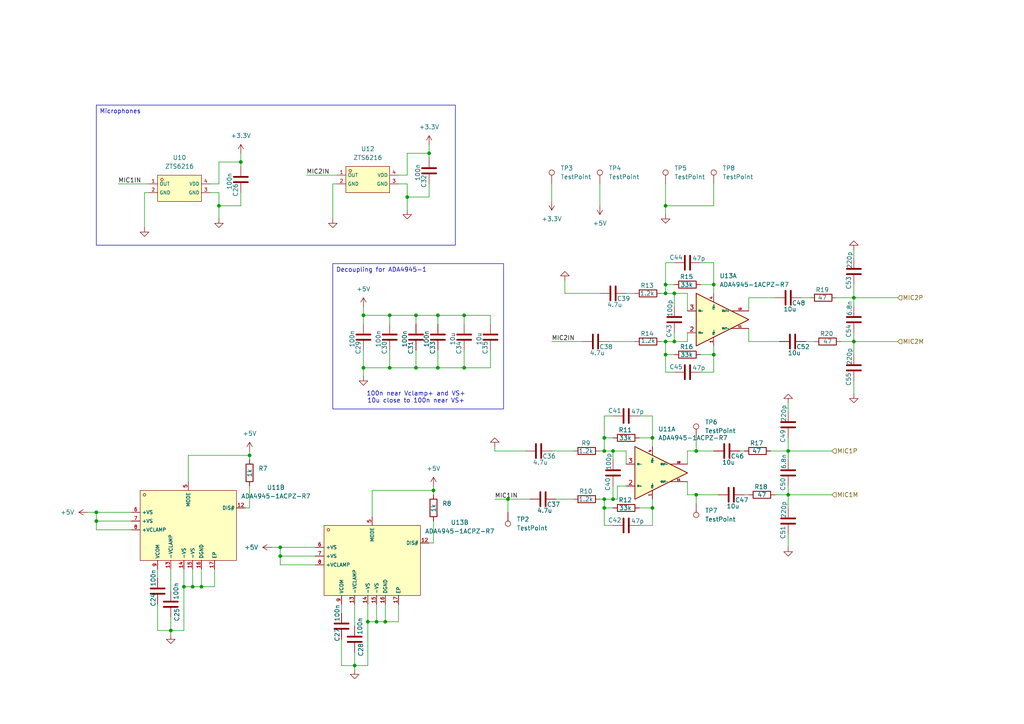
<source format=kicad_sch>
(kicad_sch (version 20231120) (generator "eeschema") (generator_version "8.0")
  (paper "A4")
  (lib_symbols
    (symbol "ADA4945-1ACPZ-R7:ADA4945-1ACPZ-R7"
      (property "Reference" "U" (at 0 1.27 0))
      (property "Value" "ADA4945-1ACPZ-R7" (at -1.27 -11.43 0))
      (symbol "ADA4945-1ACPZ-R7_1_1"
        (polyline (pts (xy -5.08 7.62) (xy -5.08 -7.62) (xy 10.16 0) (xy -5.08 7.62)) (stroke (width 0.254)) (fill (type background)))
        (pin output line (at 0 -7.62 90) (length 2.54) (name "FB-") (number "1"))
        (pin output line (at 10.16 2.54 180) (length 5.08) (name "OUT+") (number "10"))
        (pin output line (at 10.16 -2.54 180) (length 5.08) (name "OUT-") (number "11"))
        (pin input line (at -7.62 -3.81 0) (length 2.54) (name "IN+") (number "2"))
        (pin input line (at -7.62 2.54 0) (length 2.54) (name "IN-") (number "3"))
        (pin output line (at 0 7.62 270) (length 2.54) (name "FB+") (number "4"))
      )
      (symbol "ADA4945-1ACPZ-R7_2_1"
        (rectangle (start -13.97 10.16) (end 13.97 -10.16) (fill (type background)))
        (circle (center -12.7 8.89) (radius 0.381) (fill (type background)))
        (pin input line (at 16.51 5.08 180) (length 2.54) (name "DIS#") (number "12"))
        (pin power_in line (at -5.08 -12.7 90) (length 2.54) (name "-VCLAMP") (number "13"))
        (pin power_in line (at -1.27 -12.7 90) (length 2.54) (name "-VS") (number "14"))
        (pin power_in line (at 1.27 -12.7 90) (length 2.54) (name "-VS") (number "15"))
        (pin power_in line (at 3.81 -12.7 90) (length 2.54) (name "DGND") (number "16"))
        (pin input line (at 7.62 -12.7 90) (length 2.54) (name "EP") (number "17"))
        (pin input line (at 0 12.7 270) (length 2.54) (name "MODE") (number "5"))
        (pin power_in line (at -16.51 3.81 0) (length 2.54) (name "+VS") (number "6"))
        (pin input line (at -16.51 1.27 0) (length 2.54) (name "+VS") (number "7"))
        (pin power_in line (at -16.51 -1.27 0) (length 2.54) (name "+VCLAMP") (number "8"))
        (pin input line (at -8.89 -12.7 90) (length 2.54) (name "VCOM") (number "9"))
      )
    )
    (symbol "Connector:TestPoint" (pin_numbers hide) (pin_names (offset 0.762) hide)
      (property "Reference" "TP" (at 0 6.858 0))
      (property "Value" "TestPoint" (at 0 5.08 0))
      (symbol "TestPoint_0_1"
        (circle (center 0 3.302) (radius 0.762))
      )
      (symbol "TestPoint_1_1"
        (pin passive line (at 0 0 90) (length 2.54) (name "1") (number "1"))
      )
    )
    (symbol "Device:C" (pin_numbers hide) (pin_names (offset 0.254))
      (property "Reference" "C" (at 0.635 2.54 0))
      (property "Value" "C" (at 0.635 -2.54 0))
      (symbol "C_0_1"
        (polyline (pts (xy -2.032 -0.762) (xy 2.032 -0.762)) (stroke (width 0.508)))
        (polyline (pts (xy -2.032 0.762) (xy 2.032 0.762)) (stroke (width 0.508)))
      )
      (symbol "C_1_1"
        (pin passive line (at 0 3.81 270) (length 2.794) (name "~") (number "1"))
        (pin passive line (at 0 -3.81 90) (length 2.794) (name "~") (number "2"))
      )
    )
    (symbol "Device:R" (pin_numbers hide) (pin_names (offset 0))
      (property "Reference" "R" (at 2.032 0 90))
      (property "Value" "R" (at 0 0 90))
      (symbol "R_0_1"
        (rectangle (start -1.016 -2.54) (end 1.016 2.54) (stroke (width 0.254)))
      )
      (symbol "R_1_1"
        (pin passive line (at 0 3.81 270) (length 1.27) (name "~") (number "1"))
        (pin passive line (at 0 -3.81 90) (length 1.27) (name "~") (number "2"))
      )
    )
    (symbol "ZTS6216:ZTS6216"
      (property "Reference" "U" (at 0 1.27 0))
      (property "Value" "ZTS6216" (at 0 -2.54 0))
      (symbol "ZTS6216_0_1"
        (rectangle (start -6.35 3.81) (end 6.35 -3.81) (fill (type background)))
        (circle (center -5.08 2.54) (radius 0.381) (fill (type background)))
      )
      (symbol "ZTS6216_1_1"
        (pin output line (at -8.89 1.27 0) (length 2.54) (name "OUT") (number "1"))
        (pin power_in line (at -8.89 -1.27 0) (length 2.54) (name "GND") (number "2"))
        (pin power_in line (at 8.89 -1.27 180) (length 2.54) (name "GND") (number "3"))
        (pin power_in line (at 8.89 1.27 180) (length 2.54) (name "VDD") (number "4"))
      )
    )
    (symbol "power:+3.3V" (power) (pin_numbers hide) (pin_names (offset 0) hide)
      (property "Value" "+3.3V" (at 0 3.556 0))
      (symbol "+3.3V_0_1"
        (polyline (pts (xy -0.762 1.27) (xy 0 2.54)))
        (polyline (pts (xy 0 0) (xy 0 2.54)))
        (polyline (pts (xy 0 2.54) (xy 0.762 1.27)))
      )
      (symbol "+3.3V_1_1"
        (pin power_in line (at 0 0 90) (length 0) (name "~") (number "1"))
      )
    )
    (symbol "power:+5V" (power) (pin_numbers hide) (pin_names (offset 0) hide)
      (property "Value" "+5V" (at 0 3.556 0))
      (symbol "+5V_0_1"
        (polyline (pts (xy -0.762 1.27) (xy 0 2.54)))
        (polyline (pts (xy 0 0) (xy 0 2.54)))
        (polyline (pts (xy 0 2.54) (xy 0.762 1.27)))
      )
      (symbol "+5V_1_1"
        (pin power_in line (at 0 0 90) (length 0) (name "~") (number "1"))
      )
    )
    (symbol "power:GND" (power) (pin_numbers hide) (pin_names (offset 0) hide)
      (property "Value" "GND" (at 0 -3.81 0))
      (symbol "GND_0_1"
        (polyline (pts (xy 0 0) (xy 0 -1.27) (xy 1.27 -1.27) (xy 0 -2.54) (xy -1.27 -1.27) (xy 0 -1.27)))
      )
      (symbol "GND_1_1"
        (pin power_in line (at 0 0 270) (length 0) (name "~") (number "1"))
      )
    )
  )
  (junction (at 175.26 144.78))
  (junction (at 72.39 132.08))
  (junction (at 177.8 144.78))
  (junction (at 247.65 99.06))
  (junction (at 147.32 144.78))
  (junction (at 106.68 180.34))
  (junction (at 189.23 147.32))
  (junction (at 27.94 151.13))
  (junction (at 53.34 170.18))
  (junction (at 125.73 142.24))
  (junction (at 109.22 180.34))
  (junction (at 189.23 127))
  (junction (at 175.26 127))
  (junction (at 207.01 82.55))
  (junction (at 175.26 147.32))
  (junction (at 127 91.44))
  (junction (at 69.85 46.99))
  (junction (at 63.5 59.69))
  (junction (at 81.28 158.75))
  (junction (at 124.46 44.45))
  (junction (at 195.58 99.06))
  (junction (at 193.04 85.09))
  (junction (at 58.42 170.18))
  (junction (at 55.88 170.18))
  (junction (at 193.04 99.06))
  (junction (at 120.65 106.68))
  (junction (at 102.87 193.04))
  (junction (at 111.76 180.34))
  (junction (at 81.28 161.29))
  (junction (at 127 106.68))
  (junction (at 27.94 148.59))
  (junction (at 193.04 82.55))
  (junction (at 193.04 59.69))
  (junction (at 247.65 86.36))
  (junction (at 228.6 130.81))
  (junction (at 105.41 106.68))
  (junction (at 201.93 130.81))
  (junction (at 113.03 106.68))
  (junction (at 105.41 91.44))
  (junction (at 118.11 57.15))
  (junction (at 120.65 91.44))
  (junction (at 195.58 85.09))
  (junction (at 193.04 102.87))
  (junction (at 175.26 130.81))
  (junction (at 49.53 182.88))
  (junction (at 207.01 102.87))
  (junction (at 201.93 143.51))
  (junction (at 134.62 91.44))
  (junction (at 177.8 130.81))
  (junction (at 134.62 106.68))
  (junction (at 228.6 143.51))
  (junction (at 113.03 91.44))
  (wire (pts (xy 124.46 57.15) (xy 118.11 57.15)))
  (wire (pts (xy 142.24 91.44) (xy 134.62 91.44)))
  (wire (pts (xy 193.04 99.06) (xy 193.04 102.87)))
  (wire (pts (xy 193.04 82.55) (xy 193.04 85.09)))
  (wire (pts (xy 228.6 140.97) (xy 228.6 143.51)))
  (wire (pts (xy 177.8 127) (xy 175.26 127)))
  (wire (pts (xy 195.58 96.52) (xy 195.58 99.06)))
  (wire (pts (xy 105.41 101.6) (xy 105.41 106.68)))
  (wire (pts (xy 185.42 120.65) (xy 189.23 120.65)))
  (wire (pts (xy 53.34 165.1) (xy 53.34 170.18)))
  (wire (pts (xy 207.01 102.87) (xy 207.01 100.33)))
  (wire (pts (xy 58.42 165.1) (xy 58.42 170.18)))
  (wire (pts (xy 224.79 86.36) (xy 217.17 86.36)))
  (wire (pts (xy 199.39 85.09) (xy 199.39 90.17)))
  (wire (pts (xy 125.73 157.48) (xy 124.46 157.48)))
  (wire (pts (xy 195.58 76.2) (xy 193.04 76.2)))
  (wire (pts (xy 201.93 143.51) (xy 208.28 143.51)))
  (wire (pts (xy 175.26 144.78) (xy 175.26 147.32)))
  (wire (pts (xy 106.68 193.04) (xy 106.68 180.34)))
  (wire (pts (xy 247.65 110.49) (xy 247.65 114.3)))
  (wire (pts (xy 207.01 76.2) (xy 207.01 82.55)))
  (wire (pts (xy 142.24 106.68) (xy 134.62 106.68)))
  (wire (pts (xy 160.02 53.34) (xy 160.02 58.42)))
  (wire (pts (xy 91.44 161.29) (xy 81.28 161.29)))
  (wire (pts (xy 199.39 143.51) (xy 199.39 139.7)))
  (wire (pts (xy 177.8 144.78) (xy 179.07 144.78)))
  (wire (pts (xy 207.01 82.55) (xy 207.01 85.09)))
  (wire (pts (xy 106.68 175.26) (xy 106.68 180.34)))
  (wire (pts (xy 217.17 86.36) (xy 217.17 90.17)))
  (wire (pts (xy 113.03 91.44) (xy 105.41 91.44)))
  (wire (pts (xy 127 93.98) (xy 127 91.44)))
  (wire (pts (xy 125.73 151.13) (xy 125.73 157.48)))
  (wire (pts (xy 109.22 180.34) (xy 106.68 180.34)))
  (wire (pts (xy 177.8 152.4) (xy 175.26 152.4)))
  (wire (pts (xy 228.6 116.84) (xy 228.6 119.38)))
  (wire (pts (xy 120.65 106.68) (xy 127 106.68)))
  (wire (pts (xy 49.53 182.88) (xy 53.34 182.88)))
  (wire (pts (xy 232.41 86.36) (xy 234.95 86.36)))
  (wire (pts (xy 207.01 107.95) (xy 207.01 102.87)))
  (wire (pts (xy 193.04 53.34) (xy 193.04 59.69)))
  (wire (pts (xy 228.6 127) (xy 228.6 130.81)))
  (wire (pts (xy 69.85 59.69) (xy 63.5 59.69)))
  (wire (pts (xy 185.42 152.4) (xy 189.23 152.4)))
  (wire (pts (xy 189.23 147.32) (xy 189.23 144.78)))
  (wire (pts (xy 72.39 130.81) (xy 72.39 132.08)))
  (wire (pts (xy 81.28 163.83) (xy 81.28 161.29)))
  (wire (pts (xy 115.57 180.34) (xy 111.76 180.34)))
  (wire (pts (xy 203.2 102.87) (xy 207.01 102.87)))
  (wire (pts (xy 207.01 130.81) (xy 201.93 130.81)))
  (wire (pts (xy 72.39 147.32) (xy 71.12 147.32)))
  (wire (pts (xy 175.26 152.4) (xy 175.26 147.32)))
  (wire (pts (xy 179.07 140.97) (xy 181.61 140.97)))
  (wire (pts (xy 243.84 99.06) (xy 247.65 99.06)))
  (wire (pts (xy 63.5 53.34) (xy 63.5 46.99)))
  (wire (pts (xy 199.39 130.81) (xy 199.39 134.62)))
  (wire (pts (xy 34.29 53.34) (xy 43.18 53.34)))
  (wire (pts (xy 118.11 53.34) (xy 115.57 53.34)))
  (wire (pts (xy 99.06 193.04) (xy 102.87 193.04)))
  (wire (pts (xy 54.61 139.7) (xy 54.61 132.08)))
  (wire (pts (xy 38.1 153.67) (xy 27.94 153.67)))
  (wire (pts (xy 102.87 189.23) (xy 102.87 193.04)))
  (wire (pts (xy 143.51 130.81) (xy 143.51 129.54)))
  (wire (pts (xy 147.32 144.78) (xy 153.67 144.78)))
  (wire (pts (xy 215.9 143.51) (xy 217.17 143.51)))
  (wire (pts (xy 228.6 154.94) (xy 228.6 158.75)))
  (wire (pts (xy 193.04 85.09) (xy 195.58 85.09)))
  (wire (pts (xy 228.6 143.51) (xy 241.3 143.51)))
  (wire (pts (xy 177.8 130.81) (xy 177.8 133.35)))
  (wire (pts (xy 60.96 53.34) (xy 63.5 53.34)))
  (wire (pts (xy 118.11 57.15) (xy 118.11 53.34)))
  (wire (pts (xy 105.41 91.44) (xy 105.41 93.98)))
  (wire (pts (xy 49.53 165.1) (xy 49.53 171.45)))
  (wire (pts (xy 217.17 99.06) (xy 217.17 95.25)))
  (wire (pts (xy 203.2 82.55) (xy 207.01 82.55)))
  (wire (pts (xy 247.65 99.06) (xy 247.65 102.87)))
  (wire (pts (xy 118.11 50.8) (xy 118.11 44.45)))
  (wire (pts (xy 88.9 50.8) (xy 97.79 50.8)))
  (wire (pts (xy 177.8 130.81) (xy 181.61 130.81)))
  (wire (pts (xy 217.17 99.06) (xy 226.06 99.06)))
  (wire (pts (xy 233.68 99.06) (xy 236.22 99.06)))
  (wire (pts (xy 127 91.44) (xy 120.65 91.44)))
  (wire (pts (xy 55.88 170.18) (xy 53.34 170.18)))
  (wire (pts (xy 163.83 85.09) (xy 163.83 81.28)))
  (wire (pts (xy 177.8 147.32) (xy 175.26 147.32)))
  (wire (pts (xy 201.93 127) (xy 201.93 130.81)))
  (wire (pts (xy 120.65 106.68) (xy 113.03 106.68)))
  (wire (pts (xy 113.03 101.6) (xy 113.03 106.68)))
  (wire (pts (xy 96.52 53.34) (xy 97.79 53.34)))
  (wire (pts (xy 54.61 132.08) (xy 72.39 132.08)))
  (wire (pts (xy 201.93 130.81) (xy 199.39 130.81)))
  (wire (pts (xy 223.52 130.81) (xy 228.6 130.81)))
  (wire (pts (xy 181.61 85.09) (xy 184.15 85.09)))
  (wire (pts (xy 147.32 148.59) (xy 147.32 144.78)))
  (wire (pts (xy 41.91 66.04) (xy 41.91 55.88)))
  (wire (pts (xy 125.73 142.24) (xy 125.73 143.51)))
  (wire (pts (xy 109.22 175.26) (xy 109.22 180.34)))
  (wire (pts (xy 111.76 180.34) (xy 109.22 180.34)))
  (wire (pts (xy 102.87 193.04) (xy 106.68 193.04)))
  (wire (pts (xy 105.41 88.9) (xy 105.41 91.44)))
  (wire (pts (xy 27.94 153.67) (xy 27.94 151.13)))
  (wire (pts (xy 195.58 85.09) (xy 195.58 88.9)))
  (wire (pts (xy 191.77 99.06) (xy 193.04 99.06)))
  (wire (pts (xy 189.23 120.65) (xy 189.23 127)))
  (wire (pts (xy 207.01 53.34) (xy 207.01 59.69)))
  (wire (pts (xy 72.39 140.97) (xy 72.39 147.32)))
  (wire (pts (xy 195.58 107.95) (xy 193.04 107.95)))
  (wire (pts (xy 105.41 106.68) (xy 105.41 109.22)))
  (wire (pts (xy 214.63 130.81) (xy 215.9 130.81)))
  (wire (pts (xy 181.61 130.81) (xy 181.61 134.62)))
  (wire (pts (xy 163.83 85.09) (xy 173.99 85.09)))
  (wire (pts (xy 45.72 165.1) (xy 45.72 167.64)))
  (wire (pts (xy 203.2 76.2) (xy 207.01 76.2)))
  (wire (pts (xy 193.04 99.06) (xy 195.58 99.06)))
  (wire (pts (xy 175.26 120.65) (xy 175.26 127)))
  (wire (pts (xy 179.07 144.78) (xy 179.07 140.97)))
  (wire (pts (xy 142.24 93.98) (xy 142.24 91.44)))
  (wire (pts (xy 45.72 175.26) (xy 45.72 182.88)))
  (wire (pts (xy 53.34 182.88) (xy 53.34 170.18)))
  (wire (pts (xy 63.5 59.69) (xy 63.5 55.88)))
  (wire (pts (xy 38.1 151.13) (xy 27.94 151.13)))
  (wire (pts (xy 177.8 140.97) (xy 177.8 144.78)))
  (wire (pts (xy 203.2 107.95) (xy 207.01 107.95)))
  (wire (pts (xy 118.11 60.96) (xy 118.11 57.15)))
  (wire (pts (xy 142.24 101.6) (xy 142.24 106.68)))
  (wire (pts (xy 102.87 193.04) (xy 102.87 194.31)))
  (wire (pts (xy 134.62 101.6) (xy 134.62 106.68)))
  (wire (pts (xy 247.65 72.39) (xy 247.65 74.93)))
  (wire (pts (xy 118.11 44.45) (xy 124.46 44.45)))
  (wire (pts (xy 55.88 165.1) (xy 55.88 170.18)))
  (wire (pts (xy 63.5 63.5) (xy 63.5 59.69)))
  (wire (pts (xy 72.39 132.08) (xy 72.39 133.35)))
  (wire (pts (xy 242.57 86.36) (xy 247.65 86.36)))
  (wire (pts (xy 45.72 182.88) (xy 49.53 182.88)))
  (wire (pts (xy 113.03 93.98) (xy 113.03 91.44)))
  (wire (pts (xy 69.85 46.99) (xy 69.85 48.26)))
  (wire (pts (xy 115.57 175.26) (xy 115.57 180.34)))
  (wire (pts (xy 107.95 149.86) (xy 107.95 142.24)))
  (wire (pts (xy 224.79 143.51) (xy 228.6 143.51)))
  (wire (pts (xy 62.23 170.18) (xy 58.42 170.18)))
  (wire (pts (xy 91.44 163.83) (xy 81.28 163.83)))
  (wire (pts (xy 120.65 101.6) (xy 120.65 106.68)))
  (wire (pts (xy 160.02 99.06) (xy 168.91 99.06)))
  (wire (pts (xy 99.06 175.26) (xy 99.06 177.8)))
  (wire (pts (xy 81.28 158.75) (xy 91.44 158.75)))
  (wire (pts (xy 27.94 151.13) (xy 27.94 148.59)))
  (wire (pts (xy 63.5 55.88) (xy 60.96 55.88)))
  (wire (pts (xy 49.53 179.07) (xy 49.53 182.88)))
  (wire (pts (xy 161.29 144.78) (xy 166.37 144.78)))
  (wire (pts (xy 27.94 148.59) (xy 38.1 148.59)))
  (wire (pts (xy 81.28 161.29) (xy 81.28 158.75)))
  (wire (pts (xy 62.23 165.1) (xy 62.23 170.18)))
  (wire (pts (xy 247.65 96.52) (xy 247.65 99.06)))
  (wire (pts (xy 143.51 144.78) (xy 147.32 144.78)))
  (wire (pts (xy 124.46 53.34) (xy 124.46 57.15)))
  (wire (pts (xy 143.51 130.81) (xy 152.4 130.81)))
  (wire (pts (xy 191.77 85.09) (xy 193.04 85.09)))
  (wire (pts (xy 78.74 158.75) (xy 81.28 158.75)))
  (wire (pts (xy 247.65 86.36) (xy 260.35 86.36)))
  (wire (pts (xy 199.39 99.06) (xy 199.39 96.52)))
  (wire (pts (xy 160.02 130.81) (xy 166.37 130.81)))
  (wire (pts (xy 175.26 144.78) (xy 177.8 144.78)))
  (wire (pts (xy 99.06 185.42) (xy 99.06 193.04)))
  (wire (pts (xy 195.58 102.87) (xy 193.04 102.87)))
  (wire (pts (xy 127 106.68) (xy 134.62 106.68)))
  (wire (pts (xy 69.85 44.45) (xy 69.85 46.99)))
  (wire (pts (xy 127 101.6) (xy 127 106.68)))
  (wire (pts (xy 228.6 130.81) (xy 228.6 133.35)))
  (wire (pts (xy 115.57 50.8) (xy 118.11 50.8)))
  (wire (pts (xy 228.6 130.81) (xy 241.3 130.81)))
  (wire (pts (xy 177.8 120.65) (xy 175.26 120.65)))
  (wire (pts (xy 193.04 59.69) (xy 193.04 62.23)))
  (wire (pts (xy 134.62 93.98) (xy 134.62 91.44)))
  (wire (pts (xy 49.53 182.88) (xy 49.53 184.15)))
  (wire (pts (xy 185.42 147.32) (xy 189.23 147.32)))
  (wire (pts (xy 25.4 148.59) (xy 27.94 148.59)))
  (wire (pts (xy 113.03 106.68) (xy 105.41 106.68)))
  (wire (pts (xy 207.01 59.69) (xy 193.04 59.69)))
  (wire (pts (xy 195.58 85.09) (xy 199.39 85.09)))
  (wire (pts (xy 124.46 44.45) (xy 124.46 45.72)))
  (wire (pts (xy 96.52 63.5) (xy 96.52 53.34)))
  (wire (pts (xy 175.26 130.81) (xy 177.8 130.81)))
  (wire (pts (xy 247.65 99.06) (xy 260.35 99.06)))
  (wire (pts (xy 63.5 46.99) (xy 69.85 46.99)))
  (wire (pts (xy 120.65 93.98) (xy 120.65 91.44)))
  (wire (pts (xy 125.73 140.97) (xy 125.73 142.24)))
  (wire (pts (xy 102.87 175.26) (xy 102.87 181.61)))
  (wire (pts (xy 69.85 55.88) (xy 69.85 59.69)))
  (wire (pts (xy 173.99 130.81) (xy 175.26 130.81)))
  (wire (pts (xy 175.26 127) (xy 175.26 130.81)))
  (wire (pts (xy 173.99 144.78) (xy 175.26 144.78)))
  (wire (pts (xy 58.42 170.18) (xy 55.88 170.18)))
  (wire (pts (xy 228.6 143.51) (xy 228.6 147.32)))
  (wire (pts (xy 189.23 152.4) (xy 189.23 147.32)))
  (wire (pts (xy 124.46 41.91) (xy 124.46 44.45)))
  (wire (pts (xy 193.04 107.95) (xy 193.04 102.87)))
  (wire (pts (xy 199.39 143.51) (xy 201.93 143.51)))
  (wire (pts (xy 247.65 86.36) (xy 247.65 88.9)))
  (wire (pts (xy 173.99 53.34) (xy 173.99 59.69)))
  (wire (pts (xy 176.53 99.06) (xy 184.15 99.06)))
  (wire (pts (xy 195.58 82.55) (xy 193.04 82.55)))
  (wire (pts (xy 247.65 82.55) (xy 247.65 86.36)))
  (wire (pts (xy 41.91 55.88) (xy 43.18 55.88)))
  (wire (pts (xy 134.62 91.44) (xy 127 91.44)))
  (wire (pts (xy 107.95 142.24) (xy 125.73 142.24)))
  (wire (pts (xy 193.04 76.2) (xy 193.04 82.55)))
  (wire (pts (xy 111.76 175.26) (xy 111.76 180.34)))
  (wire (pts (xy 120.65 91.44) (xy 113.03 91.44)))
  (wire (pts (xy 201.93 143.51) (xy 201.93 146.05)))
  (wire (pts (xy 189.23 127) (xy 189.23 129.54)))
  (wire (pts (xy 185.42 127) (xy 189.23 127)))
  (wire (pts (xy 195.58 99.06) (xy 199.39 99.06)))
  (text_box "Decoupling for ADA4945-1\n" (at 96.52 76.454 0) (size 49.53 42.164) (effects (font (size 1.27 1.27)) (justify left top)))
  (text_box "Microphones\n" (at 27.94 30.48 0) (size 104.14 40.64) (effects (font (size 1.27 1.27)) (justify left top)))
  (text "100n near Vclamp+ and VS+\n10u close to 100n near VS+\n" (at 120.65 115.316 0) (effects (font (size 1.27 1.27))))
  (label "MIC1IN" (at 34.29 53.34 0))
  (label "MIC2IN" (at 160.02 99.06 0))
  (label "MIC2IN" (at 88.9 50.8 0))
  (label "MIC1IN" (at 143.51 144.78 0))
  (hierarchical_label "MIC2P" (shape input) (at 260.35 86.36 0))
  (hierarchical_label "MIC1P" (shape input) (at 241.3 130.81 0))
  (hierarchical_label "MIC2M" (shape input) (at 260.35 99.06 0))
  (hierarchical_label "MIC1M" (shape input) (at 241.3 143.51 0))
  (symbol (lib_id "Device:C") (at 177.8 137.16 180) (unit 1)
    (property "Reference" "C40" (at 176.276 140.462 90))
    (property "Value" "100p" (at 176.53 133.858 90))
    (property "Footprint" "Capacitor_SMD:C_0402_1005Metric" (effects (hide yes)))
    (property "Description" "Unpolarized capacitor" (effects (hide yes)))
  )
  (symbol (lib_id "Device:C") (at 199.39 107.95 90) (unit 1)
    (property "Reference" "C45" (at 196.088 106.426 90))
    (property "Value" "47p" (at 202.692 106.68 90))
    (property "Footprint" "Capacitor_SMD:C_0402_1005Metric" (effects (hide yes)))
    (property "Description" "Unpolarized capacitor" (effects (hide yes)))
  )
  (symbol (lib_id "Device:C") (at 156.21 130.81 90) (unit 1)
    (property "Reference" "C36" (at 159.258 132.334 90))
    (property "Value" "4.7u" (at 156.718 134.112 90))
    (property "Footprint" "Capacitor_SMD:C_0402_1005Metric" (effects (hide yes)))
    (property "Description" "Unpolarized capacitor" (effects (hide yes)))
  )
  (symbol (lib_id "power:+3.3V") (at 124.46 41.91 0) (unit 1)
    (property "Reference" "#PWR037" (effects (hide yes)))
    (property "Value" "+3.3V" (at 124.46 36.83 0))
    (property "Description" "Power symbol creates a global label with name \"+3.3V\"" (effects (hide yes)))
  )
  (symbol (lib_id "power:GND") (at 105.41 109.22 0) (unit 1)
    (property "Reference" "#PWR035" (effects (hide yes)))
    (property "Value" "GND" (effects (hide yes)))
    (property "Description" "Power symbol creates a global label with name \"GND\" , ground" (effects (hide yes)))
  )
  (symbol (lib_id "Device:R") (at 170.18 130.81 90) (unit 1)
    (property "Reference" "R9" (at 169.926 128.524 90))
    (property "Value" "1.2k" (at 169.926 130.81 90))
    (property "Footprint" "Resistor_SMD:R_0402_1005Metric" (effects (hide yes)))
    (property "Description" "Resistor" (effects (hide yes)))
  )
  (symbol (lib_id "Device:C") (at 195.58 92.71 180) (unit 1)
    (property "Reference" "C43" (at 194.056 96.012 90))
    (property "Value" "100p" (at 194.31 89.408 90))
    (property "Footprint" "Capacitor_SMD:C_0402_1005Metric" (effects (hide yes)))
    (property "Description" "Unpolarized capacitor" (effects (hide yes)))
  )
  (symbol (lib_id "power:GND") (at 163.83 81.28 180) (unit 1)
    (property "Reference" "#PWR041" (effects (hide yes)))
    (property "Value" "GND" (effects (hide yes)))
    (property "Description" "Power symbol creates a global label with name \"GND\" , ground" (effects (hide yes)))
  )
  (symbol (lib_id "Connector:TestPoint") (at 147.32 148.59 180) (unit 1)
    (property "Reference" "TP2" (at 149.86 150.6219 0) (effects (justify right)))
    (property "Value" "TestPoint" (at 149.86 153.1619 0) (effects (justify right)))
    (property "Footprint" "TestPoint:TestPoint_Pad_D1.5mm" (effects (hide yes)))
    (property "Description" "test point" (effects (hide yes)))
  )
  (symbol (lib_id "power:GND") (at 143.51 129.54 180) (unit 1)
    (property "Reference" "#PWR039" (effects (hide yes)))
    (property "Value" "GND" (effects (hide yes)))
    (property "Description" "Power symbol creates a global label with name \"GND\" , ground" (effects (hide yes)))
  )
  (symbol (lib_id "ADA4945-1ACPZ-R7:ADA4945-1ACPZ-R7") (at 107.95 162.56 0) (unit 2)
    (property "Reference" "U13" (at 133.35 151.5328 0))
    (property "Value" "ADA4945-1ACPZ-R7" (at 133.35 154.0728 0))
    (property "Footprint" "Package_CSP:LFCSP-16-1EP_3x3mm_P0.5mm_EP1.6x1.6mm" (effects (hide yes)))
    (property "Datasheet" "https://item.szlcsc.com/687198.html" (effects (hide yes)))
    (property "LCSC" "C560261" (effects (hide yes)))
  )
  (symbol (lib_id "Connector:TestPoint") (at 173.99 53.34 0) (unit 1)
    (property "Reference" "TP4" (at 176.53 48.7679 0) (effects (justify left)))
    (property "Value" "TestPoint" (at 176.53 51.3079 0) (effects (justify left)))
    (property "Footprint" "TestPoint:TestPoint_Pad_D1.5mm" (effects (hide yes)))
    (property "Description" "test point" (effects (hide yes)))
  )
  (symbol (lib_id "power:GND") (at 41.91 66.04 0) (unit 1)
    (property "Reference" "#PWR026" (effects (hide yes)))
    (property "Value" "GND" (effects (hide yes)))
    (property "Description" "Power symbol creates a global label with name \"GND\" , ground" (effects (hide yes)))
  )
  (symbol (lib_id "Device:C") (at 228.6 137.16 180) (unit 1)
    (property "Reference" "C50" (at 227.076 140.462 90))
    (property "Value" "6.8n" (at 227.33 133.858 90))
    (property "Footprint" "Capacitor_SMD:C_0603_1608Metric" (effects (hide yes)))
    (property "Description" "Unpolarized capacitor" (effects (hide yes)))
  )
  (symbol (lib_id "Device:C") (at 247.65 78.74 180) (unit 1)
    (property "Reference" "C53" (at 246.126 82.042 90))
    (property "Value" "220p" (at 246.38 75.438 90))
    (property "Footprint" "Capacitor_SMD:C_0402_1005Metric" (effects (hide yes)))
    (property "Description" "Unpolarized capacitor" (effects (hide yes)))
  )
  (symbol (lib_id "Device:C") (at 177.8 85.09 90) (unit 1)
    (property "Reference" "C39" (at 180.848 86.614 90))
    (property "Value" "4.7u" (at 178.308 88.392 90))
    (property "Footprint" "Capacitor_SMD:C_0402_1005Metric" (effects (hide yes)))
    (property "Description" "Unpolarized capacitor" (effects (hide yes)))
  )
  (symbol (lib_id "Device:C") (at 142.24 97.79 0) (unit 1)
    (property "Reference" "C35" (at 140.716 100.838 90))
    (property "Value" "10u" (at 138.938 98.298 90))
    (property "Footprint" "Capacitor_SMD:C_0603_1608Metric" (effects (hide yes)))
    (property "Description" "Unpolarized capacitor" (effects (hide yes)))
  )
  (symbol (lib_id "power:GND") (at 118.11 60.96 0) (unit 1)
    (property "Reference" "#PWR036" (effects (hide yes)))
    (property "Value" "GND" (effects (hide yes)))
    (property "Description" "Power symbol creates a global label with name \"GND\" , ground" (effects (hide yes)))
  )
  (symbol (lib_id "Connector:TestPoint") (at 193.04 53.34 0) (unit 1)
    (property "Reference" "TP5" (at 195.58 48.7679 0) (effects (justify left)))
    (property "Value" "TestPoint" (at 195.58 51.3079 0) (effects (justify left)))
    (property "Footprint" "TestPoint:TestPoint_Pad_D1.5mm" (effects (hide yes)))
    (property "Description" "test point" (effects (hide yes)))
  )
  (symbol (lib_id "Device:C") (at 134.62 97.79 0) (unit 1)
    (property "Reference" "C34" (at 133.096 100.838 90))
    (property "Value" "10u" (at 131.318 98.298 90))
    (property "Footprint" "Capacitor_SMD:C_0603_1608Metric" (effects (hide yes)))
    (property "Description" "Unpolarized capacitor" (effects (hide yes)))
  )
  (symbol (lib_id "Device:C") (at 212.09 143.51 90) (unit 1)
    (property "Reference" "C47" (at 215.138 145.034 90))
    (property "Value" "10u" (at 212.598 146.812 90))
    (property "Footprint" "Capacitor_SMD:C_0603_1608Metric" (effects (hide yes)))
    (property "Description" "Unpolarized capacitor" (effects (hide yes)))
  )
  (symbol (lib_id "Device:C") (at 228.6 151.13 180) (unit 1)
    (property "Reference" "C51" (at 227.076 154.432 90))
    (property "Value" "220p" (at 227.33 147.828 90))
    (property "Footprint" "Capacitor_SMD:C_0402_1005Metric" (effects (hide yes)))
    (property "Description" "Unpolarized capacitor" (effects (hide yes)))
  )
  (symbol (lib_id "Connector:TestPoint") (at 207.01 53.34 0) (unit 1)
    (property "Reference" "TP8" (at 209.55 48.7679 0) (effects (justify left)))
    (property "Value" "TestPoint" (at 209.55 51.3079 0) (effects (justify left)))
    (property "Footprint" "TestPoint:TestPoint_Pad_D1.5mm" (effects (hide yes)))
    (property "Description" "test point" (effects (hide yes)))
  )
  (symbol (lib_id "Device:R") (at 220.98 143.51 90) (unit 1)
    (property "Reference" "R18" (at 220.726 141.224 90))
    (property "Value" "47" (at 220.98 143.51 90))
    (property "Footprint" "Resistor_SMD:R_0402_1005Metric" (effects (hide yes)))
    (property "Description" "Resistor" (effects (hide yes)))
  )
  (symbol (lib_id "Device:C") (at 69.85 52.07 0) (unit 1)
    (property "Reference" "C26" (at 68.326 55.118 90))
    (property "Value" "100n" (at 66.548 52.578 90))
    (property "Footprint" "Capacitor_SMD:C_0402_1005Metric" (effects (hide yes)))
    (property "Description" "Unpolarized capacitor" (effects (hide yes)))
  )
  (symbol (lib_id "Device:C") (at 105.41 97.79 0) (unit 1)
    (property "Reference" "C29" (at 103.886 100.838 90))
    (property "Value" "100n" (at 102.108 98.298 90))
    (property "Footprint" "Capacitor_SMD:C_0402_1005Metric" (effects (hide yes)))
    (property "Description" "Unpolarized capacitor" (effects (hide yes)))
  )
  (symbol (lib_id "ADA4945-1ACPZ-R7:ADA4945-1ACPZ-R7") (at 189.23 137.16 0) (unit 1)
    (property "Reference" "U11" (at 190.9002 124.46 0) (effects (justify left)))
    (property "Value" "ADA4945-1ACPZ-R7" (at 190.9002 127 0) (effects (justify left)))
    (property "Footprint" "Package_CSP:LFCSP-16-1EP_3x3mm_P0.5mm_EP1.6x1.6mm" (effects (hide yes)))
    (property "Datasheet" "https://item.szlcsc.com/687198.html" (effects (hide yes)))
    (property "LCSC" "C560261" (effects (hide yes)))
  )
  (symbol (lib_id "power:+5V") (at 173.99 59.69 180) (unit 1)
    (property "Reference" "#PWR042" (effects (hide yes)))
    (property "Value" "+5V" (at 173.99 64.77 0))
    (property "Description" "Power symbol creates a global label with name \"+5V\"" (effects (hide yes)))
  )
  (symbol (lib_id "Device:R") (at 181.61 127 90) (unit 1)
    (property "Reference" "R11" (at 181.356 124.714 90))
    (property "Value" "33k" (at 181.356 127 90))
    (property "Footprint" "Resistor_SMD:R_0402_1005Metric" (effects (hide yes)))
    (property "Description" "Resistor" (effects (hide yes)))
  )
  (symbol (lib_id "Device:C") (at 102.87 185.42 180) (unit 1)
    (property "Reference" "C28" (at 104.648 188.468 90))
    (property "Value" "100n" (at 104.394 181.61 90))
    (property "Footprint" "Capacitor_SMD:C_0402_1005Metric" (effects (hide yes)))
    (property "Description" "Unpolarized capacitor" (effects (hide yes)))
  )
  (symbol (lib_id "Device:C") (at 247.65 106.68 180) (unit 1)
    (property "Reference" "C55" (at 246.126 109.982 90))
    (property "Value" "220p" (at 246.38 103.378 90))
    (property "Footprint" "Capacitor_SMD:C_0402_1005Metric" (effects (hide yes)))
    (property "Description" "Unpolarized capacitor" (effects (hide yes)))
  )
  (symbol (lib_id "Connector:TestPoint") (at 160.02 53.34 0) (unit 1)
    (property "Reference" "TP3" (at 162.56 48.7679 0) (effects (justify left)))
    (property "Value" "TestPoint" (at 162.56 51.3079 0) (effects (justify left)))
    (property "Footprint" "TestPoint:TestPoint_Pad_D1.5mm" (effects (hide yes)))
    (property "Description" "test point" (effects (hide yes)))
  )
  (symbol (lib_id "power:GND") (at 247.65 72.39 180) (unit 1)
    (property "Reference" "#PWR046" (effects (hide yes)))
    (property "Value" "GND" (effects (hide yes)))
    (property "Description" "Power symbol creates a global label with name \"GND\" , ground" (effects (hide yes)))
  )
  (symbol (lib_id "power:+3.3V") (at 160.02 58.42 180) (unit 1)
    (property "Reference" "#PWR040" (effects (hide yes)))
    (property "Value" "+3.3V" (at 160.02 63.5 0))
    (property "Description" "Power symbol creates a global label with name \"+3.3V\"" (effects (hide yes)))
  )
  (symbol (lib_id "power:GND") (at 63.5 63.5 0) (unit 1)
    (property "Reference" "#PWR028" (effects (hide yes)))
    (property "Value" "GND" (effects (hide yes)))
    (property "Description" "Power symbol creates a global label with name \"GND\" , ground" (effects (hide yes)))
  )
  (symbol (lib_id "Device:R") (at 170.18 144.78 90) (unit 1)
    (property "Reference" "R10" (at 169.926 142.494 90))
    (property "Value" "1.2k" (at 169.926 144.78 90))
    (property "Footprint" "Resistor_SMD:R_0402_1005Metric" (effects (hide yes)))
    (property "Description" "Resistor" (effects (hide yes)))
  )
  (symbol (lib_id "Device:C") (at 172.72 99.06 90) (unit 1)
    (property "Reference" "C38" (at 175.768 100.584 90))
    (property "Value" "4.7u" (at 173.228 102.362 90))
    (property "Footprint" "Capacitor_SMD:C_0402_1005Metric" (effects (hide yes)))
    (property "Description" "Unpolarized capacitor" (effects (hide yes)))
  )
  (symbol (lib_id "Device:C") (at 45.72 171.45 180) (unit 1)
    (property "Reference" "C24" (at 44.45 173.99 90))
    (property "Value" "100n" (at 44.45 167.64 90))
    (property "Footprint" "Capacitor_SMD:C_0402_1005Metric" (effects (hide yes)))
    (property "Description" "Unpolarized capacitor" (effects (hide yes)))
  )
  (symbol (lib_id "power:GND") (at 228.6 116.84 180) (unit 1)
    (property "Reference" "#PWR044" (effects (hide yes)))
    (property "Value" "GND" (effects (hide yes)))
    (property "Description" "Power symbol creates a global label with name \"GND\" , ground" (effects (hide yes)))
  )
  (symbol (lib_id "power:+3.3V") (at 69.85 44.45 0) (unit 1)
    (property "Reference" "#PWR029" (effects (hide yes)))
    (property "Value" "+3.3V" (at 69.85 39.37 0))
    (property "Description" "Power symbol creates a global label with name \"+3.3V\"" (effects (hide yes)))
  )
  (symbol (lib_id "power:GND") (at 49.53 184.15 0) (unit 1)
    (property "Reference" "#PWR027" (effects (hide yes)))
    (property "Value" "GND" (effects (hide yes)))
    (property "Description" "Power symbol creates a global label with name \"GND\" , ground" (effects (hide yes)))
  )
  (symbol (lib_id "Device:C") (at 120.65 97.79 0) (unit 1)
    (property "Reference" "C31" (at 119.126 100.838 90))
    (property "Value" "100n" (at 117.348 98.298 90))
    (property "Footprint" "Capacitor_SMD:C_0402_1005Metric" (effects (hide yes)))
    (property "Description" "Unpolarized capacitor" (effects (hide yes)))
  )
  (symbol (lib_id "Device:C") (at 210.82 130.81 90) (unit 1)
    (property "Reference" "C46" (at 213.868 132.334 90))
    (property "Value" "10u" (at 211.328 134.112 90))
    (property "Footprint" "Capacitor_SMD:C_0603_1608Metric" (effects (hide yes)))
    (property "Description" "Unpolarized capacitor" (effects (hide yes)))
  )
  (symbol (lib_id "Device:R") (at 238.76 86.36 90) (unit 1)
    (property "Reference" "R19" (at 238.506 84.074 90))
    (property "Value" "47" (at 238.506 86.36 90))
    (property "Footprint" "Resistor_SMD:R_0402_1005Metric" (effects (hide yes)))
    (property "Description" "Resistor" (effects (hide yes)))
  )
  (symbol (lib_id "Device:C") (at 228.6 86.36 90) (unit 1)
    (property "Reference" "C48" (at 231.648 87.884 90))
    (property "Value" "10u" (at 229.108 89.662 90))
    (property "Footprint" "Capacitor_SMD:C_0603_1608Metric" (effects (hide yes)))
    (property "Description" "Unpolarized capacitor" (effects (hide yes)))
  )
  (symbol (lib_id "power:+5V") (at 25.4 148.59 90) (unit 1)
    (property "Reference" "#PWR025" (effects (hide yes)))
    (property "Value" "+5V" (at 21.59 148.5899 90) (effects (justify left)))
    (property "Description" "Power symbol creates a global label with name \"+5V\"" (effects (hide yes)))
  )
  (symbol (lib_id "Device:C") (at 229.87 99.06 90) (unit 1)
    (property "Reference" "C52" (at 232.918 100.584 90))
    (property "Value" "10u" (at 230.378 102.362 90))
    (property "Footprint" "Capacitor_SMD:C_0603_1608Metric" (effects (hide yes)))
    (property "Description" "Unpolarized capacitor" (effects (hide yes)))
  )
  (symbol (lib_id "Device:R") (at 219.71 130.81 90) (unit 1)
    (property "Reference" "R17" (at 219.456 128.524 90))
    (property "Value" "47" (at 219.456 130.81 90))
    (property "Footprint" "Resistor_SMD:R_0402_1005Metric" (effects (hide yes)))
    (property "Description" "Resistor" (effects (hide yes)))
  )
  (symbol (lib_id "Device:C") (at 247.65 92.71 180) (unit 1)
    (property "Reference" "C54" (at 246.126 96.012 90))
    (property "Value" "6.8n" (at 246.38 89.408 90))
    (property "Footprint" "Capacitor_SMD:C_0603_1608Metric" (effects (hide yes)))
    (property "Description" "Unpolarized capacitor" (effects (hide yes)))
  )
  (symbol (lib_id "power:GND") (at 96.52 63.5 0) (unit 1)
    (property "Reference" "#PWR032" (effects (hide yes)))
    (property "Value" "GND" (effects (hide yes)))
    (property "Description" "Power symbol creates a global label with name \"GND\" , ground" (effects (hide yes)))
  )
  (symbol (lib_id "Device:C") (at 113.03 97.79 0) (unit 1)
    (property "Reference" "C30" (at 111.506 100.838 90))
    (property "Value" "100n" (at 109.728 98.298 90))
    (property "Footprint" "Capacitor_SMD:C_0402_1005Metric" (effects (hide yes)))
    (property "Description" "Unpolarized capacitor" (effects (hide yes)))
  )
  (symbol (lib_id "Connector:TestPoint") (at 201.93 146.05 180) (unit 1)
    (property "Reference" "TP7" (at 204.47 148.0819 0) (effects (justify right)))
    (property "Value" "TestPoint" (at 204.47 150.6219 0) (effects (justify right)))
    (property "Footprint" "TestPoint:TestPoint_Pad_D1.5mm" (effects (hide yes)))
    (property "Description" "test point" (effects (hide yes)))
  )
  (symbol (lib_id "Device:C") (at 99.06 181.61 180) (unit 1)
    (property "Reference" "C27" (at 97.79 184.15 90))
    (property "Value" "100n" (at 97.79 177.8 90))
    (property "Footprint" "Capacitor_SMD:C_0402_1005Metric" (effects (hide yes)))
    (property "Description" "Unpolarized capacitor" (effects (hide yes)))
  )
  (symbol (lib_id "Device:C") (at 157.48 144.78 90) (unit 1)
    (property "Reference" "C37" (at 160.528 146.304 90))
    (property "Value" "4.7u" (at 157.988 148.082 90))
    (property "Footprint" "Capacitor_SMD:C_0402_1005Metric" (effects (hide yes)))
    (property "Description" "Unpolarized capacitor" (effects (hide yes)))
  )
  (symbol (lib_id "power:GND") (at 247.65 114.3 0) (unit 1)
    (property "Reference" "#PWR047" (effects (hide yes)))
    (property "Value" "GND" (effects (hide yes)))
    (property "Description" "Power symbol creates a global label with name \"GND\" , ground" (effects (hide yes)))
  )
  (symbol (lib_id "Device:C") (at 127 97.79 0) (unit 1)
    (property "Reference" "C33" (at 125.476 100.838 90))
    (property "Value" "100n" (at 123.698 98.298 90))
    (property "Footprint" "Capacitor_SMD:C_0402_1005Metric" (effects (hide yes)))
    (property "Description" "Unpolarized capacitor" (effects (hide yes)))
  )
  (symbol (lib_id "power:GND") (at 102.87 194.31 0) (unit 1)
    (property "Reference" "#PWR033" (effects (hide yes)))
    (property "Value" "GND" (effects (hide yes)))
    (property "Description" "Power symbol creates a global label with name \"GND\" , ground" (effects (hide yes)))
  )
  (symbol (lib_id "Device:C") (at 124.46 49.53 0) (unit 1)
    (property "Reference" "C32" (at 122.936 52.578 90))
    (property "Value" "100n" (at 121.158 50.038 90))
    (property "Footprint" "Capacitor_SMD:C_0402_1005Metric" (effects (hide yes)))
    (property "Description" "Unpolarized capacitor" (effects (hide yes)))
  )
  (symbol (lib_id "ZTS6216:ZTS6216") (at 52.07 54.61 0) (unit 1)
    (property "Reference" "U10" (at 52.07 45.72 0))
    (property "Value" "ZTS6216" (at 52.07 48.26 0))
    (property "Footprint" "footprints:MIC-SMD_4P-L2.8-W1.9-P1.84-TL" (effects (hide yes)))
    (property "Datasheet" "https://item.szlcsc.com/488750.html" (effects (hide yes)))
    (property "LCSC" "C481302" (effects (hide yes)))
  )
  (symbol (lib_id "ADA4945-1ACPZ-R7:ADA4945-1ACPZ-R7") (at 207.01 92.71 0) (unit 1)
    (property "Reference" "U13" (at 208.6802 80.01 0) (effects (justify left)))
    (property "Value" "ADA4945-1ACPZ-R7" (at 208.6802 82.55 0) (effects (justify left)))
    (property "Footprint" "Package_CSP:LFCSP-16-1EP_3x3mm_P0.5mm_EP1.6x1.6mm" (effects (hide yes)))
    (property "Datasheet" "https://item.szlcsc.com/687198.html" (effects (hide yes)))
    (property "LCSC" "C560261" (effects (hide yes)))
  )
  (symbol (lib_id "power:+5V") (at 72.39 130.81 0) (unit 1)
    (property "Reference" "#PWR030" (effects (hide yes)))
    (property "Value" "+5V" (at 72.39 125.73 0))
    (property "Description" "Power symbol creates a global label with name \"+5V\"" (effects (hide yes)))
  )
  (symbol (lib_id "ADA4945-1ACPZ-R7:ADA4945-1ACPZ-R7") (at 54.61 152.4 0) (unit 2)
    (property "Reference" "U11" (at 80.01 141.3728 0))
    (property "Value" "ADA4945-1ACPZ-R7" (at 80.01 143.9128 0))
    (property "Footprint" "Package_CSP:LFCSP-16-1EP_3x3mm_P0.5mm_EP1.6x1.6mm" (effects (hide yes)))
    (property "Datasheet" "https://item.szlcsc.com/687198.html" (effects (hide yes)))
    (property "LCSC" "C560261" (effects (hide yes)))
  )
  (symbol (lib_id "Device:R") (at 240.03 99.06 90) (unit 1)
    (property "Reference" "R20" (at 239.776 96.774 90))
    (property "Value" "47" (at 240.03 99.06 90))
    (property "Footprint" "Resistor_SMD:R_0402_1005Metric" (effects (hide yes)))
    (property "Description" "Resistor" (effects (hide yes)))
  )
  (symbol (lib_id "Device:R") (at 125.73 147.32 0) (unit 1)
    (property "Reference" "R8" (at 128.27 146.0499 0) (effects (justify left)))
    (property "Value" "1k" (at 125.73 148.59 90) (effects (justify left)))
    (property "Footprint" "Resistor_SMD:R_0603_1608Metric" (effects (hide yes)))
    (property "Description" "Resistor" (effects (hide yes)))
  )
  (symbol (lib_id "power:GND") (at 193.04 62.23 0) (unit 1)
    (property "Reference" "#PWR043" (effects (hide yes)))
    (property "Value" "GND" (effects (hide yes)))
    (property "Description" "Power symbol creates a global label with name \"GND\" , ground" (effects (hide yes)))
  )
  (symbol (lib_id "Device:C") (at 199.39 76.2 90) (unit 1)
    (property "Reference" "C44" (at 196.088 74.676 90))
    (property "Value" "47p" (at 202.692 74.93 90))
    (property "Footprint" "Capacitor_SMD:C_0402_1005Metric" (effects (hide yes)))
    (property "Description" "Unpolarized capacitor" (effects (hide yes)))
  )
  (symbol (lib_id "Device:R") (at 187.96 85.09 90) (unit 1)
    (property "Reference" "R13" (at 187.706 82.804 90))
    (property "Value" "1.2k" (at 187.706 85.09 90))
    (property "Footprint" "Resistor_SMD:R_0402_1005Metric" (effects (hide yes)))
    (property "Description" "Resistor" (effects (hide yes)))
  )
  (symbol (lib_id "ZTS6216:ZTS6216") (at 106.68 52.07 0) (unit 1)
    (property "Reference" "U12" (at 106.68 43.18 0))
    (property "Value" "ZTS6216" (at 106.68 45.72 0))
    (property "Footprint" "footprints:MIC-SMD_4P-L2.8-W1.9-P1.84-TL" (effects (hide yes)))
    (property "Datasheet" "https://item.szlcsc.com/488750.html" (effects (hide yes)))
    (property "LCSC" "C481302" (effects (hide yes)))
  )
  (symbol (lib_id "Device:R") (at 199.39 82.55 90) (unit 1)
    (property "Reference" "R15" (at 199.136 80.264 90))
    (property "Value" "33k" (at 199.136 82.55 90))
    (property "Footprint" "Resistor_SMD:R_0402_1005Metric" (effects (hide yes)))
    (property "Description" "Resistor" (effects (hide yes)))
  )
  (symbol (lib_id "Device:R") (at 199.39 102.87 90) (unit 1)
    (property "Reference" "R16" (at 199.136 100.584 90))
    (property "Value" "33k" (at 199.136 102.87 90))
    (property "Footprint" "Resistor_SMD:R_0402_1005Metric" (effects (hide yes)))
    (property "Description" "Resistor" (effects (hide yes)))
  )
  (symbol (lib_id "Device:C") (at 228.6 123.19 180) (unit 1)
    (property "Reference" "C49" (at 227.076 126.492 90))
    (property "Value" "220p" (at 227.33 119.888 90))
    (property "Footprint" "Capacitor_SMD:C_0402_1005Metric" (effects (hide yes)))
    (property "Description" "Unpolarized capacitor" (effects (hide yes)))
  )
  (symbol (lib_id "power:+5V") (at 78.74 158.75 90) (unit 1)
    (property "Reference" "#PWR031" (effects (hide yes)))
    (property "Value" "+5V" (at 74.93 158.7499 90) (effects (justify left)))
    (property "Description" "Power symbol creates a global label with name \"+5V\"" (effects (hide yes)))
  )
  (symbol (lib_id "power:GND") (at 228.6 158.75 0) (unit 1)
    (property "Reference" "#PWR045" (effects (hide yes)))
    (property "Value" "GND" (effects (hide yes)))
    (property "Description" "Power symbol creates a global label with name \"GND\" , ground" (effects (hide yes)))
  )
  (symbol (lib_id "Device:C") (at 181.61 120.65 90) (unit 1)
    (property "Reference" "C41" (at 178.308 119.126 90))
    (property "Value" "47p" (at 184.912 119.38 90))
    (property "Footprint" "Capacitor_SMD:C_0402_1005Metric" (effects (hide yes)))
    (property "Description" "Unpolarized capacitor" (effects (hide yes)))
  )
  (symbol (lib_id "Device:R") (at 72.39 137.16 0) (unit 1)
    (property "Reference" "R7" (at 74.93 135.8899 0) (effects (justify left)))
    (property "Value" "1k" (at 72.39 138.43 90) (effects (justify left)))
    (property "Footprint" "Resistor_SMD:R_0603_1608Metric" (effects (hide yes)))
    (property "Description" "Resistor" (effects (hide yes)))
  )
  (symbol (lib_id "Connector:TestPoint") (at 201.93 127 0) (unit 1)
    (property "Reference" "TP6" (at 204.47 122.4279 0) (effects (justify left)))
    (property "Value" "TestPoint" (at 204.47 124.9679 0) (effects (justify left)))
    (property "Footprint" "TestPoint:TestPoint_Pad_D1.5mm" (effects (hide yes)))
    (property "Description" "test point" (effects (hide yes)))
  )
  (symbol (lib_id "Device:R") (at 181.61 147.32 90) (unit 1)
    (property "Reference" "R12" (at 181.356 145.034 90))
    (property "Value" "33k" (at 181.356 147.32 90))
    (property "Footprint" "Resistor_SMD:R_0402_1005Metric" (effects (hide yes)))
    (property "Description" "Resistor" (effects (hide yes)))
  )
  (symbol (lib_id "Device:C") (at 181.61 152.4 90) (unit 1)
    (property "Reference" "C42" (at 178.308 150.876 90))
    (property "Value" "47p" (at 184.912 151.13 90))
    (property "Footprint" "Capacitor_SMD:C_0402_1005Metric" (effects (hide yes)))
    (property "Description" "Unpolarized capacitor" (effects (hide yes)))
  )
  (symbol (lib_id "Device:R") (at 187.96 99.06 90) (unit 1)
    (property "Reference" "R14" (at 187.706 96.774 90))
    (property "Value" "1.2k" (at 187.96 98.806 90))
    (property "Footprint" "Resistor_SMD:R_0402_1005Metric" (effects (hide yes)))
    (property "Description" "Resistor" (effects (hide yes)))
  )
  (symbol (lib_id "power:+5V") (at 105.41 88.9 0) (unit 1)
    (property "Reference" "#PWR034" (effects (hide yes)))
    (property "Value" "+5V" (at 105.41 83.82 0))
    (property "Description" "Power symbol creates a global label with name \"+5V\"" (effects (hide yes)))
  )
  (symbol (lib_id "power:+5V") (at 125.73 140.97 0) (unit 1)
    (property "Reference" "#PWR038" (effects (hide yes)))
    (property "Value" "+5V" (at 125.73 135.89 0))
    (property "Description" "Power symbol creates a global label with name \"+5V\"" (effects (hide yes)))
  )
  (symbol (lib_id "Device:C") (at 49.53 175.26 180) (unit 1)
    (property "Reference" "C25" (at 51.308 178.308 90))
    (property "Value" "100n" (at 51.054 171.45 90))
    (property "Footprint" "Capacitor_SMD:C_0402_1005Metric" (effects (hide yes)))
    (property "Description" "Unpolarized capacitor" (effects (hide yes)))
  )
)
</source>
